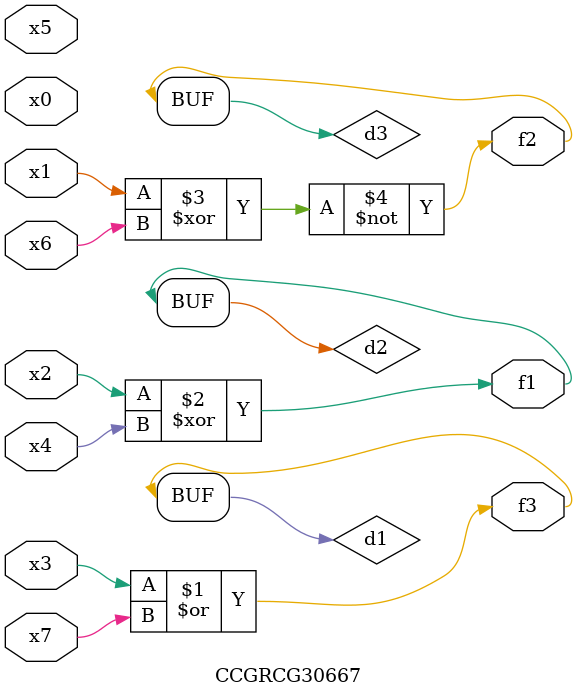
<source format=v>
module CCGRCG30667(
	input x0, x1, x2, x3, x4, x5, x6, x7,
	output f1, f2, f3
);

	wire d1, d2, d3;

	or (d1, x3, x7);
	xor (d2, x2, x4);
	xnor (d3, x1, x6);
	assign f1 = d2;
	assign f2 = d3;
	assign f3 = d1;
endmodule

</source>
